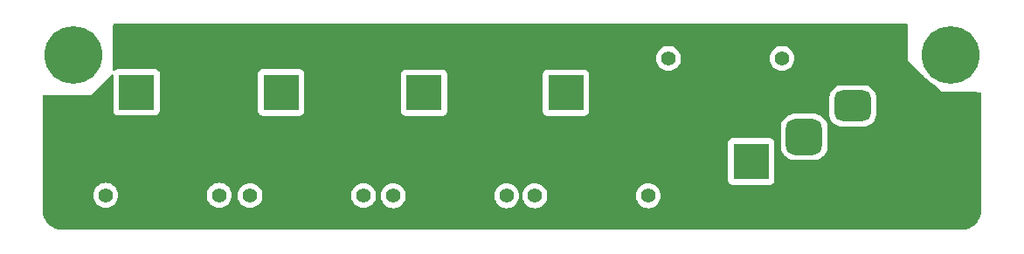
<source format=gtl>
%TF.GenerationSoftware,KiCad,Pcbnew,8.0.4-8.0.4-0~ubuntu22.04.1*%
%TF.CreationDate,2024-08-14T23:01:58+09:00*%
%TF.ProjectId,pdb,7064622e-6b69-4636-9164-5f7063625858,rev?*%
%TF.SameCoordinates,Original*%
%TF.FileFunction,Copper,L1,Top*%
%TF.FilePolarity,Positive*%
%FSLAX46Y46*%
G04 Gerber Fmt 4.6, Leading zero omitted, Abs format (unit mm)*
G04 Created by KiCad (PCBNEW 8.0.4-8.0.4-0~ubuntu22.04.1) date 2024-08-14 23:01:58*
%MOMM*%
%LPD*%
G01*
G04 APERTURE LIST*
G04 Aperture macros list*
%AMRoundRect*
0 Rectangle with rounded corners*
0 $1 Rounding radius*
0 $2 $3 $4 $5 $6 $7 $8 $9 X,Y pos of 4 corners*
0 Add a 4 corners polygon primitive as box body*
4,1,4,$2,$3,$4,$5,$6,$7,$8,$9,$2,$3,0*
0 Add four circle primitives for the rounded corners*
1,1,$1+$1,$2,$3*
1,1,$1+$1,$4,$5*
1,1,$1+$1,$6,$7*
1,1,$1+$1,$8,$9*
0 Add four rect primitives between the rounded corners*
20,1,$1+$1,$2,$3,$4,$5,0*
20,1,$1+$1,$4,$5,$6,$7,0*
20,1,$1+$1,$6,$7,$8,$9,0*
20,1,$1+$1,$8,$9,$2,$3,0*%
G04 Aperture macros list end*
%TA.AperFunction,ComponentPad*%
%ADD10C,1.400000*%
%TD*%
%TA.AperFunction,ComponentPad*%
%ADD11R,3.500000X3.500000*%
%TD*%
%TA.AperFunction,ComponentPad*%
%ADD12C,3.500000*%
%TD*%
%TA.AperFunction,ComponentPad*%
%ADD13C,3.600000*%
%TD*%
%TA.AperFunction,ConnectorPad*%
%ADD14C,5.600000*%
%TD*%
%TA.AperFunction,ComponentPad*%
%ADD15RoundRect,0.750000X-1.000000X0.750000X-1.000000X-0.750000X1.000000X-0.750000X1.000000X0.750000X0*%
%TD*%
%TA.AperFunction,ComponentPad*%
%ADD16RoundRect,0.875000X-0.875000X0.875000X-0.875000X-0.875000X0.875000X-0.875000X0.875000X0.875000X0*%
%TD*%
G04 APERTURE END LIST*
D10*
%TO.P,J3,*%
%TO.N,*%
X132060000Y-103000000D03*
X121060000Y-103000000D03*
D11*
%TO.P,J3,1,Pin_1*%
%TO.N,GND*%
X124060000Y-93000000D03*
D12*
%TO.P,J3,2,Pin_2*%
%TO.N,+BATT*%
X129060000Y-93000000D03*
%TD*%
D13*
%TO.P,H2,1*%
%TO.N,N/C*%
X175068400Y-89306400D03*
D14*
X175068400Y-89306400D03*
%TD*%
D13*
%TO.P,H1,1*%
%TO.N,N/C*%
X90068400Y-89306400D03*
D14*
X90068400Y-89306400D03*
%TD*%
D10*
%TO.P,J4,*%
%TO.N,*%
X118180000Y-102970000D03*
X107180000Y-102970000D03*
D11*
%TO.P,J4,1,Pin_1*%
%TO.N,GND*%
X110180000Y-92970000D03*
D12*
%TO.P,J4,2,Pin_2*%
%TO.N,+BATT*%
X115180000Y-92970000D03*
%TD*%
D11*
%TO.P,J6,1*%
%TO.N,+BATT*%
X165587500Y-100275000D03*
D15*
%TO.P,J6,2*%
%TO.N,GND*%
X165587500Y-94275000D03*
D16*
%TO.P,J6,3*%
%TO.N,N/C*%
X160887500Y-97275000D03*
%TD*%
D10*
%TO.P,J1,*%
%TO.N,*%
X147730000Y-89665000D03*
X158730000Y-89665000D03*
D11*
%TO.P,J1,1,Pin_1*%
%TO.N,GND*%
X155730000Y-99665000D03*
D12*
%TO.P,J1,2,Pin_2*%
%TO.N,+BATT*%
X150730000Y-99665000D03*
%TD*%
D10*
%TO.P,J2,*%
%TO.N,*%
X145780000Y-103000000D03*
X134780000Y-103000000D03*
D11*
%TO.P,J2,1,Pin_1*%
%TO.N,GND*%
X137780000Y-93000000D03*
D12*
%TO.P,J2,2,Pin_2*%
%TO.N,+BATT*%
X142780000Y-93000000D03*
%TD*%
D10*
%TO.P,J5,*%
%TO.N,*%
X104200000Y-102940000D03*
X93200000Y-102940000D03*
D11*
%TO.P,J5,1,Pin_1*%
%TO.N,GND*%
X96200000Y-92940000D03*
D12*
%TO.P,J5,2,Pin_2*%
%TO.N,+BATT*%
X101200000Y-92940000D03*
%TD*%
%TA.AperFunction,Conductor*%
%TO.N,+BATT*%
G36*
X170868150Y-86326402D02*
G01*
X170914643Y-86380058D01*
X170926023Y-86433660D01*
X170891200Y-89916001D01*
X172381443Y-91245756D01*
X172401842Y-91269060D01*
X172430653Y-91311553D01*
X172430655Y-91311555D01*
X172430658Y-91311559D01*
X172448834Y-91332957D01*
X172662916Y-91584995D01*
X172923362Y-91831704D01*
X172923377Y-91831717D01*
X173208986Y-92048831D01*
X173421330Y-92176594D01*
X173440254Y-92190540D01*
X174193200Y-92862400D01*
X177289886Y-92913165D01*
X177294094Y-92913304D01*
X177948694Y-92946034D01*
X178015729Y-92969413D01*
X178059484Y-93025323D01*
X178068400Y-93071877D01*
X178068400Y-104305274D01*
X178068380Y-104307522D01*
X178065992Y-104441376D01*
X178064730Y-104457060D01*
X178026471Y-104723159D01*
X178022649Y-104740725D01*
X177947232Y-104997571D01*
X177940950Y-105014415D01*
X177829743Y-105257924D01*
X177821127Y-105273703D01*
X177676398Y-105498905D01*
X177665625Y-105513296D01*
X177490321Y-105715608D01*
X177477608Y-105728321D01*
X177275296Y-105903625D01*
X177260905Y-105914398D01*
X177035703Y-106059127D01*
X177019924Y-106067743D01*
X176776415Y-106178950D01*
X176759571Y-106185232D01*
X176502725Y-106260649D01*
X176485159Y-106264471D01*
X176219060Y-106302730D01*
X176203376Y-106303992D01*
X176071900Y-106306337D01*
X176069520Y-106306380D01*
X176067274Y-106306400D01*
X89069526Y-106306400D01*
X89067279Y-106306380D01*
X89064831Y-106306336D01*
X88933423Y-106303992D01*
X88917739Y-106302730D01*
X88651640Y-106264471D01*
X88634074Y-106260649D01*
X88377228Y-106185232D01*
X88360384Y-106178950D01*
X88116875Y-106067743D01*
X88101096Y-106059127D01*
X87875894Y-105914398D01*
X87861503Y-105903625D01*
X87659191Y-105728321D01*
X87646478Y-105715608D01*
X87471174Y-105513296D01*
X87460401Y-105498905D01*
X87315672Y-105273703D01*
X87307056Y-105257924D01*
X87195849Y-105014415D01*
X87189567Y-104997571D01*
X87114150Y-104740725D01*
X87110328Y-104723159D01*
X87072069Y-104457060D01*
X87070807Y-104441375D01*
X87068420Y-104307521D01*
X87068400Y-104305274D01*
X87068400Y-102940000D01*
X91986884Y-102940000D01*
X92005314Y-103150655D01*
X92021391Y-103210655D01*
X92060043Y-103354908D01*
X92060045Y-103354912D01*
X92149412Y-103546561D01*
X92270692Y-103719767D01*
X92270696Y-103719772D01*
X92270699Y-103719776D01*
X92420224Y-103869301D01*
X92420228Y-103869304D01*
X92420232Y-103869307D01*
X92593438Y-103990587D01*
X92593441Y-103990588D01*
X92593442Y-103990589D01*
X92785090Y-104079956D01*
X92989345Y-104134686D01*
X93200000Y-104153116D01*
X93410655Y-104134686D01*
X93614910Y-104079956D01*
X93806558Y-103990589D01*
X93979776Y-103869301D01*
X94129301Y-103719776D01*
X94250589Y-103546558D01*
X94339956Y-103354910D01*
X94394686Y-103150655D01*
X94413116Y-102940000D01*
X102986884Y-102940000D01*
X103005314Y-103150655D01*
X103021391Y-103210655D01*
X103060043Y-103354908D01*
X103060045Y-103354912D01*
X103149412Y-103546561D01*
X103270692Y-103719767D01*
X103270696Y-103719772D01*
X103270699Y-103719776D01*
X103420224Y-103869301D01*
X103420228Y-103869304D01*
X103420232Y-103869307D01*
X103593438Y-103990587D01*
X103593441Y-103990588D01*
X103593442Y-103990589D01*
X103785090Y-104079956D01*
X103989345Y-104134686D01*
X104200000Y-104153116D01*
X104410655Y-104134686D01*
X104614910Y-104079956D01*
X104806558Y-103990589D01*
X104979776Y-103869301D01*
X105129301Y-103719776D01*
X105250589Y-103546558D01*
X105339956Y-103354910D01*
X105394686Y-103150655D01*
X105410491Y-102970000D01*
X105966884Y-102970000D01*
X105985314Y-103180655D01*
X106014643Y-103290113D01*
X106040043Y-103384908D01*
X106040045Y-103384912D01*
X106129412Y-103576561D01*
X106250692Y-103749767D01*
X106250696Y-103749772D01*
X106250699Y-103749776D01*
X106400224Y-103899301D01*
X106400228Y-103899304D01*
X106400232Y-103899307D01*
X106573438Y-104020587D01*
X106573441Y-104020588D01*
X106573442Y-104020589D01*
X106765090Y-104109956D01*
X106969345Y-104164686D01*
X107180000Y-104183116D01*
X107390655Y-104164686D01*
X107594910Y-104109956D01*
X107786558Y-104020589D01*
X107959776Y-103899301D01*
X108109301Y-103749776D01*
X108230589Y-103576558D01*
X108319956Y-103384910D01*
X108374686Y-103180655D01*
X108393116Y-102970000D01*
X116966884Y-102970000D01*
X116985314Y-103180655D01*
X117014643Y-103290113D01*
X117040043Y-103384908D01*
X117040045Y-103384912D01*
X117129412Y-103576561D01*
X117250692Y-103749767D01*
X117250696Y-103749772D01*
X117250699Y-103749776D01*
X117400224Y-103899301D01*
X117400228Y-103899304D01*
X117400232Y-103899307D01*
X117573438Y-104020587D01*
X117573441Y-104020588D01*
X117573442Y-104020589D01*
X117765090Y-104109956D01*
X117969345Y-104164686D01*
X118180000Y-104183116D01*
X118390655Y-104164686D01*
X118594910Y-104109956D01*
X118786558Y-104020589D01*
X118959776Y-103899301D01*
X119109301Y-103749776D01*
X119230589Y-103576558D01*
X119319956Y-103384910D01*
X119374686Y-103180655D01*
X119390491Y-103000000D01*
X119846884Y-103000000D01*
X119865314Y-103210655D01*
X119894643Y-103320113D01*
X119920043Y-103414908D01*
X119920045Y-103414912D01*
X120009412Y-103606561D01*
X120130692Y-103779767D01*
X120130696Y-103779772D01*
X120130699Y-103779776D01*
X120280224Y-103929301D01*
X120280228Y-103929304D01*
X120280232Y-103929307D01*
X120453438Y-104050587D01*
X120453441Y-104050588D01*
X120453442Y-104050589D01*
X120645090Y-104139956D01*
X120849345Y-104194686D01*
X121060000Y-104213116D01*
X121270655Y-104194686D01*
X121474910Y-104139956D01*
X121666558Y-104050589D01*
X121839776Y-103929301D01*
X121989301Y-103779776D01*
X122110589Y-103606558D01*
X122199956Y-103414910D01*
X122254686Y-103210655D01*
X122273116Y-103000000D01*
X130846884Y-103000000D01*
X130865314Y-103210655D01*
X130894643Y-103320113D01*
X130920043Y-103414908D01*
X130920045Y-103414912D01*
X131009412Y-103606561D01*
X131130692Y-103779767D01*
X131130696Y-103779772D01*
X131130699Y-103779776D01*
X131280224Y-103929301D01*
X131280228Y-103929304D01*
X131280232Y-103929307D01*
X131453438Y-104050587D01*
X131453441Y-104050588D01*
X131453442Y-104050589D01*
X131645090Y-104139956D01*
X131849345Y-104194686D01*
X132060000Y-104213116D01*
X132270655Y-104194686D01*
X132474910Y-104139956D01*
X132666558Y-104050589D01*
X132839776Y-103929301D01*
X132989301Y-103779776D01*
X133110589Y-103606558D01*
X133199956Y-103414910D01*
X133254686Y-103210655D01*
X133273116Y-103000000D01*
X133566884Y-103000000D01*
X133585314Y-103210655D01*
X133614643Y-103320113D01*
X133640043Y-103414908D01*
X133640045Y-103414912D01*
X133729412Y-103606561D01*
X133850692Y-103779767D01*
X133850696Y-103779772D01*
X133850699Y-103779776D01*
X134000224Y-103929301D01*
X134000228Y-103929304D01*
X134000232Y-103929307D01*
X134173438Y-104050587D01*
X134173441Y-104050588D01*
X134173442Y-104050589D01*
X134365090Y-104139956D01*
X134569345Y-104194686D01*
X134780000Y-104213116D01*
X134990655Y-104194686D01*
X135194910Y-104139956D01*
X135386558Y-104050589D01*
X135559776Y-103929301D01*
X135709301Y-103779776D01*
X135830589Y-103606558D01*
X135919956Y-103414910D01*
X135974686Y-103210655D01*
X135993116Y-103000000D01*
X144566884Y-103000000D01*
X144585314Y-103210655D01*
X144614643Y-103320113D01*
X144640043Y-103414908D01*
X144640045Y-103414912D01*
X144729412Y-103606561D01*
X144850692Y-103779767D01*
X144850696Y-103779772D01*
X144850699Y-103779776D01*
X145000224Y-103929301D01*
X145000228Y-103929304D01*
X145000232Y-103929307D01*
X145173438Y-104050587D01*
X145173441Y-104050588D01*
X145173442Y-104050589D01*
X145365090Y-104139956D01*
X145569345Y-104194686D01*
X145780000Y-104213116D01*
X145990655Y-104194686D01*
X146194910Y-104139956D01*
X146386558Y-104050589D01*
X146559776Y-103929301D01*
X146709301Y-103779776D01*
X146830589Y-103606558D01*
X146919956Y-103414910D01*
X146974686Y-103210655D01*
X146993116Y-103000000D01*
X146974686Y-102789345D01*
X146919956Y-102585090D01*
X146830589Y-102393442D01*
X146830588Y-102393441D01*
X146830587Y-102393438D01*
X146709307Y-102220232D01*
X146709304Y-102220228D01*
X146709301Y-102220224D01*
X146559776Y-102070699D01*
X146559772Y-102070696D01*
X146559767Y-102070692D01*
X146386561Y-101949412D01*
X146194912Y-101860045D01*
X146194908Y-101860043D01*
X146082952Y-101830045D01*
X145990655Y-101805314D01*
X145780000Y-101786884D01*
X145569345Y-101805314D01*
X145514616Y-101819978D01*
X145365091Y-101860043D01*
X145365087Y-101860045D01*
X145173438Y-101949412D01*
X145000232Y-102070692D01*
X145000221Y-102070701D01*
X144850701Y-102220221D01*
X144850692Y-102220232D01*
X144729412Y-102393438D01*
X144640045Y-102585087D01*
X144640043Y-102585091D01*
X144601391Y-102729345D01*
X144585314Y-102789345D01*
X144566884Y-103000000D01*
X135993116Y-103000000D01*
X135974686Y-102789345D01*
X135919956Y-102585090D01*
X135830589Y-102393442D01*
X135830588Y-102393441D01*
X135830587Y-102393438D01*
X135709307Y-102220232D01*
X135709304Y-102220228D01*
X135709301Y-102220224D01*
X135559776Y-102070699D01*
X135559772Y-102070696D01*
X135559767Y-102070692D01*
X135386561Y-101949412D01*
X135194912Y-101860045D01*
X135194908Y-101860043D01*
X135082952Y-101830045D01*
X134990655Y-101805314D01*
X134780000Y-101786884D01*
X134569345Y-101805314D01*
X134514616Y-101819978D01*
X134365091Y-101860043D01*
X134365087Y-101860045D01*
X134173438Y-101949412D01*
X134000232Y-102070692D01*
X134000221Y-102070701D01*
X133850701Y-102220221D01*
X133850692Y-102220232D01*
X133729412Y-102393438D01*
X133640045Y-102585087D01*
X133640043Y-102585091D01*
X133601391Y-102729345D01*
X133585314Y-102789345D01*
X133566884Y-103000000D01*
X133273116Y-103000000D01*
X133254686Y-102789345D01*
X133199956Y-102585090D01*
X133110589Y-102393442D01*
X133110588Y-102393441D01*
X133110587Y-102393438D01*
X132989307Y-102220232D01*
X132989304Y-102220228D01*
X132989301Y-102220224D01*
X132839776Y-102070699D01*
X132839772Y-102070696D01*
X132839767Y-102070692D01*
X132666561Y-101949412D01*
X132474912Y-101860045D01*
X132474908Y-101860043D01*
X132362952Y-101830045D01*
X132270655Y-101805314D01*
X132060000Y-101786884D01*
X131849345Y-101805314D01*
X131794616Y-101819978D01*
X131645091Y-101860043D01*
X131645087Y-101860045D01*
X131453438Y-101949412D01*
X131280232Y-102070692D01*
X131280221Y-102070701D01*
X131130701Y-102220221D01*
X131130692Y-102220232D01*
X131009412Y-102393438D01*
X130920045Y-102585087D01*
X130920043Y-102585091D01*
X130881391Y-102729345D01*
X130865314Y-102789345D01*
X130846884Y-103000000D01*
X122273116Y-103000000D01*
X122254686Y-102789345D01*
X122199956Y-102585090D01*
X122110589Y-102393442D01*
X122110588Y-102393441D01*
X122110587Y-102393438D01*
X121989307Y-102220232D01*
X121989304Y-102220228D01*
X121989301Y-102220224D01*
X121839776Y-102070699D01*
X121839772Y-102070696D01*
X121839767Y-102070692D01*
X121666561Y-101949412D01*
X121474912Y-101860045D01*
X121474908Y-101860043D01*
X121362952Y-101830045D01*
X121270655Y-101805314D01*
X121060000Y-101786884D01*
X120849345Y-101805314D01*
X120794616Y-101819978D01*
X120645091Y-101860043D01*
X120645087Y-101860045D01*
X120453438Y-101949412D01*
X120280232Y-102070692D01*
X120280221Y-102070701D01*
X120130701Y-102220221D01*
X120130692Y-102220232D01*
X120009412Y-102393438D01*
X119920045Y-102585087D01*
X119920043Y-102585091D01*
X119881391Y-102729345D01*
X119865314Y-102789345D01*
X119846884Y-103000000D01*
X119390491Y-103000000D01*
X119393116Y-102970000D01*
X119374686Y-102759345D01*
X119319956Y-102555090D01*
X119230589Y-102363442D01*
X119230588Y-102363441D01*
X119230587Y-102363438D01*
X119109307Y-102190232D01*
X119109304Y-102190228D01*
X119109301Y-102190224D01*
X118959776Y-102040699D01*
X118959772Y-102040696D01*
X118959767Y-102040692D01*
X118786561Y-101919412D01*
X118594912Y-101830045D01*
X118594908Y-101830043D01*
X118482952Y-101800045D01*
X118390655Y-101775314D01*
X118180000Y-101756884D01*
X117969345Y-101775314D01*
X117958347Y-101778261D01*
X117765091Y-101830043D01*
X117765087Y-101830045D01*
X117573438Y-101919412D01*
X117400232Y-102040692D01*
X117400221Y-102040701D01*
X117250701Y-102190221D01*
X117250692Y-102190232D01*
X117129412Y-102363438D01*
X117040045Y-102555087D01*
X117040043Y-102555091D01*
X117032005Y-102585091D01*
X116985314Y-102759345D01*
X116966884Y-102970000D01*
X108393116Y-102970000D01*
X108374686Y-102759345D01*
X108319956Y-102555090D01*
X108230589Y-102363442D01*
X108230588Y-102363441D01*
X108230587Y-102363438D01*
X108109307Y-102190232D01*
X108109304Y-102190228D01*
X108109301Y-102190224D01*
X107959776Y-102040699D01*
X107959772Y-102040696D01*
X107959767Y-102040692D01*
X107786561Y-101919412D01*
X107594912Y-101830045D01*
X107594908Y-101830043D01*
X107482952Y-101800045D01*
X107390655Y-101775314D01*
X107180000Y-101756884D01*
X106969345Y-101775314D01*
X106958347Y-101778261D01*
X106765091Y-101830043D01*
X106765087Y-101830045D01*
X106573438Y-101919412D01*
X106400232Y-102040692D01*
X106400221Y-102040701D01*
X106250701Y-102190221D01*
X106250692Y-102190232D01*
X106129412Y-102363438D01*
X106040045Y-102555087D01*
X106040043Y-102555091D01*
X106032005Y-102585091D01*
X105985314Y-102759345D01*
X105966884Y-102970000D01*
X105410491Y-102970000D01*
X105413116Y-102940000D01*
X105394686Y-102729345D01*
X105339956Y-102525090D01*
X105250589Y-102333442D01*
X105250588Y-102333441D01*
X105250587Y-102333438D01*
X105129307Y-102160232D01*
X105129304Y-102160228D01*
X105129301Y-102160224D01*
X104979776Y-102010699D01*
X104979772Y-102010696D01*
X104979767Y-102010692D01*
X104806561Y-101889412D01*
X104642606Y-101812959D01*
X104614910Y-101800044D01*
X104614908Y-101800043D01*
X104520113Y-101774643D01*
X104410655Y-101745314D01*
X104200000Y-101726884D01*
X103989345Y-101745314D01*
X103946165Y-101756884D01*
X103785091Y-101800043D01*
X103785087Y-101800045D01*
X103593438Y-101889412D01*
X103420232Y-102010692D01*
X103420221Y-102010701D01*
X103270701Y-102160221D01*
X103270692Y-102160232D01*
X103149412Y-102333438D01*
X103060045Y-102525087D01*
X103060043Y-102525091D01*
X103019978Y-102674616D01*
X103005314Y-102729345D01*
X102986884Y-102940000D01*
X94413116Y-102940000D01*
X94394686Y-102729345D01*
X94339956Y-102525090D01*
X94250589Y-102333442D01*
X94250588Y-102333441D01*
X94250587Y-102333438D01*
X94129307Y-102160232D01*
X94129304Y-102160228D01*
X94129301Y-102160224D01*
X93979776Y-102010699D01*
X93979772Y-102010696D01*
X93979767Y-102010692D01*
X93806561Y-101889412D01*
X93642606Y-101812959D01*
X93614910Y-101800044D01*
X93614908Y-101800043D01*
X93520113Y-101774643D01*
X93410655Y-101745314D01*
X93200000Y-101726884D01*
X92989345Y-101745314D01*
X92946165Y-101756884D01*
X92785091Y-101800043D01*
X92785087Y-101800045D01*
X92593438Y-101889412D01*
X92420232Y-102010692D01*
X92420221Y-102010701D01*
X92270701Y-102160221D01*
X92270692Y-102160232D01*
X92149412Y-102333438D01*
X92060045Y-102525087D01*
X92060043Y-102525091D01*
X92019978Y-102674616D01*
X92005314Y-102729345D01*
X91986884Y-102940000D01*
X87068400Y-102940000D01*
X87068400Y-97866350D01*
X153471500Y-97866350D01*
X153471500Y-101463649D01*
X153478009Y-101524196D01*
X153478011Y-101524204D01*
X153529110Y-101661202D01*
X153529112Y-101661207D01*
X153616738Y-101778261D01*
X153733792Y-101865887D01*
X153733794Y-101865888D01*
X153733796Y-101865889D01*
X153792875Y-101887924D01*
X153870795Y-101916988D01*
X153870803Y-101916990D01*
X153931350Y-101923499D01*
X153931355Y-101923499D01*
X153931362Y-101923500D01*
X153931368Y-101923500D01*
X157528632Y-101923500D01*
X157528638Y-101923500D01*
X157528645Y-101923499D01*
X157528649Y-101923499D01*
X157589196Y-101916990D01*
X157589199Y-101916989D01*
X157589201Y-101916989D01*
X157726204Y-101865889D01*
X157734014Y-101860043D01*
X157843261Y-101778261D01*
X157930887Y-101661207D01*
X157930887Y-101661206D01*
X157930889Y-101661204D01*
X157981989Y-101524201D01*
X157988500Y-101463638D01*
X157988500Y-97866362D01*
X157988499Y-97866350D01*
X157981990Y-97805803D01*
X157981988Y-97805795D01*
X157930889Y-97668797D01*
X157930887Y-97668792D01*
X157843261Y-97551738D01*
X157726207Y-97464112D01*
X157726202Y-97464110D01*
X157589204Y-97413011D01*
X157589196Y-97413009D01*
X157528649Y-97406500D01*
X157528638Y-97406500D01*
X153931362Y-97406500D01*
X153931350Y-97406500D01*
X153870803Y-97413009D01*
X153870795Y-97413011D01*
X153733797Y-97464110D01*
X153733792Y-97464112D01*
X153616738Y-97551738D01*
X153529112Y-97668792D01*
X153529110Y-97668797D01*
X153478011Y-97805795D01*
X153478009Y-97805803D01*
X153471500Y-97866350D01*
X87068400Y-97866350D01*
X87068400Y-96305829D01*
X158629000Y-96305829D01*
X158629000Y-96305840D01*
X158629000Y-96305841D01*
X158629000Y-98244159D01*
X158631811Y-98297088D01*
X158631811Y-98297092D01*
X158676531Y-98528317D01*
X158759682Y-98748652D01*
X158759684Y-98748657D01*
X158878873Y-98951766D01*
X159030680Y-99131819D01*
X159210733Y-99283626D01*
X159413842Y-99402815D01*
X159413844Y-99402816D01*
X159413848Y-99402818D01*
X159634186Y-99485970D01*
X159865408Y-99530689D01*
X159918329Y-99533500D01*
X161856670Y-99533499D01*
X161909592Y-99530689D01*
X162140814Y-99485970D01*
X162361152Y-99402818D01*
X162564268Y-99283625D01*
X162744319Y-99131819D01*
X162896125Y-98951768D01*
X163015318Y-98748652D01*
X163098470Y-98528314D01*
X163143189Y-98297092D01*
X163146000Y-98244171D01*
X163145999Y-96305830D01*
X163143189Y-96252908D01*
X163098470Y-96021686D01*
X163015318Y-95801348D01*
X163015316Y-95801344D01*
X163015315Y-95801342D01*
X162896126Y-95598233D01*
X162744319Y-95418180D01*
X162564266Y-95266373D01*
X162361157Y-95147184D01*
X162361152Y-95147182D01*
X162140818Y-95064031D01*
X162140815Y-95064030D01*
X162140814Y-95064030D01*
X161909592Y-95019311D01*
X161856671Y-95016500D01*
X161856658Y-95016500D01*
X159918340Y-95016500D01*
X159878829Y-95018598D01*
X159865408Y-95019311D01*
X159865407Y-95019311D01*
X159758878Y-95039914D01*
X159634186Y-95064030D01*
X159634184Y-95064030D01*
X159634182Y-95064031D01*
X159413847Y-95147182D01*
X159413842Y-95147184D01*
X159210733Y-95266373D01*
X159030680Y-95418180D01*
X158878873Y-95598233D01*
X158759684Y-95801342D01*
X158759682Y-95801347D01*
X158676531Y-96021681D01*
X158676530Y-96021685D01*
X158676530Y-96021686D01*
X158631811Y-96252908D01*
X158629000Y-96305829D01*
X87068400Y-96305829D01*
X87068400Y-93351802D01*
X87088402Y-93283681D01*
X87142058Y-93237188D01*
X87195575Y-93225808D01*
X91655382Y-93267489D01*
X91795598Y-93268800D01*
X91795598Y-93268799D01*
X91795600Y-93268800D01*
X93724310Y-91246006D01*
X93785794Y-91210509D01*
X93856710Y-91213887D01*
X93914542Y-91255068D01*
X93940929Y-91320979D01*
X93941500Y-91332957D01*
X93941500Y-94738649D01*
X93948009Y-94799196D01*
X93948011Y-94799204D01*
X93999110Y-94936202D01*
X93999112Y-94936207D01*
X94086738Y-95053261D01*
X94203792Y-95140887D01*
X94203794Y-95140888D01*
X94203796Y-95140889D01*
X94262875Y-95162924D01*
X94340795Y-95191988D01*
X94340803Y-95191990D01*
X94401350Y-95198499D01*
X94401355Y-95198499D01*
X94401362Y-95198500D01*
X94401368Y-95198500D01*
X97998632Y-95198500D01*
X97998638Y-95198500D01*
X97998645Y-95198499D01*
X97998649Y-95198499D01*
X98059196Y-95191990D01*
X98059199Y-95191989D01*
X98059201Y-95191989D01*
X98196204Y-95140889D01*
X98313261Y-95053261D01*
X98355971Y-94996207D01*
X98400887Y-94936207D01*
X98400887Y-94936206D01*
X98400889Y-94936204D01*
X98451989Y-94799201D01*
X98452049Y-94798649D01*
X98458499Y-94738649D01*
X98458500Y-94738632D01*
X98458500Y-91171350D01*
X107921500Y-91171350D01*
X107921500Y-94768649D01*
X107928009Y-94829196D01*
X107928011Y-94829204D01*
X107979110Y-94966202D01*
X107979112Y-94966207D01*
X108066738Y-95083261D01*
X108183792Y-95170887D01*
X108183794Y-95170888D01*
X108183796Y-95170889D01*
X108240364Y-95191988D01*
X108320795Y-95221988D01*
X108320803Y-95221990D01*
X108381350Y-95228499D01*
X108381355Y-95228499D01*
X108381362Y-95228500D01*
X108381368Y-95228500D01*
X111978632Y-95228500D01*
X111978638Y-95228500D01*
X111978645Y-95228499D01*
X111978649Y-95228499D01*
X112039196Y-95221990D01*
X112039199Y-95221989D01*
X112039201Y-95221989D01*
X112176204Y-95170889D01*
X112293261Y-95083261D01*
X112315719Y-95053261D01*
X112380887Y-94966207D01*
X112380887Y-94966206D01*
X112380889Y-94966204D01*
X112431989Y-94829201D01*
X112435215Y-94799201D01*
X112438499Y-94768649D01*
X112438500Y-94768632D01*
X112438500Y-91201350D01*
X121801500Y-91201350D01*
X121801500Y-94798649D01*
X121808009Y-94859196D01*
X121808011Y-94859204D01*
X121859110Y-94996202D01*
X121859112Y-94996207D01*
X121946738Y-95113261D01*
X122063792Y-95200887D01*
X122063794Y-95200888D01*
X122063796Y-95200889D01*
X122120364Y-95221988D01*
X122200795Y-95251988D01*
X122200803Y-95251990D01*
X122261350Y-95258499D01*
X122261355Y-95258499D01*
X122261362Y-95258500D01*
X122261368Y-95258500D01*
X125858632Y-95258500D01*
X125858638Y-95258500D01*
X125858645Y-95258499D01*
X125858649Y-95258499D01*
X125919196Y-95251990D01*
X125919199Y-95251989D01*
X125919201Y-95251989D01*
X126056204Y-95200889D01*
X126059396Y-95198500D01*
X126173261Y-95113261D01*
X126260887Y-94996207D01*
X126260887Y-94996206D01*
X126260889Y-94996204D01*
X126311989Y-94859201D01*
X126315215Y-94829201D01*
X126318499Y-94798649D01*
X126318500Y-94798632D01*
X126318500Y-91201367D01*
X126318499Y-91201350D01*
X135521500Y-91201350D01*
X135521500Y-94798649D01*
X135528009Y-94859196D01*
X135528011Y-94859204D01*
X135579110Y-94996202D01*
X135579112Y-94996207D01*
X135666738Y-95113261D01*
X135783792Y-95200887D01*
X135783794Y-95200888D01*
X135783796Y-95200889D01*
X135840364Y-95221988D01*
X135920795Y-95251988D01*
X135920803Y-95251990D01*
X135981350Y-95258499D01*
X135981355Y-95258499D01*
X135981362Y-95258500D01*
X135981368Y-95258500D01*
X139578632Y-95258500D01*
X139578638Y-95258500D01*
X139578645Y-95258499D01*
X139578649Y-95258499D01*
X139639196Y-95251990D01*
X139639199Y-95251989D01*
X139639201Y-95251989D01*
X139776204Y-95200889D01*
X139779396Y-95198500D01*
X139893261Y-95113261D01*
X139980887Y-94996207D01*
X139980887Y-94996206D01*
X139980889Y-94996204D01*
X140031989Y-94859201D01*
X140035215Y-94829201D01*
X140038499Y-94798649D01*
X140038500Y-94798632D01*
X140038500Y-93460364D01*
X163329000Y-93460364D01*
X163329000Y-95089636D01*
X163339470Y-95222669D01*
X163388734Y-95418181D01*
X163394820Y-95442332D01*
X163394823Y-95442341D01*
X163488504Y-95648588D01*
X163488509Y-95648597D01*
X163617511Y-95834799D01*
X163617515Y-95834804D01*
X163777695Y-95994984D01*
X163777700Y-95994988D01*
X163963902Y-96123990D01*
X163963908Y-96123993D01*
X163963909Y-96123994D01*
X164170164Y-96217679D01*
X164389831Y-96273030D01*
X164522864Y-96283500D01*
X164522867Y-96283500D01*
X166652133Y-96283500D01*
X166652136Y-96283500D01*
X166785169Y-96273030D01*
X167004836Y-96217679D01*
X167211091Y-96123994D01*
X167397302Y-95994986D01*
X167557486Y-95834802D01*
X167686494Y-95648591D01*
X167780179Y-95442336D01*
X167835530Y-95222669D01*
X167846000Y-95089636D01*
X167846000Y-93460364D01*
X167835530Y-93327331D01*
X167780179Y-93107664D01*
X167686494Y-92901409D01*
X167686493Y-92901408D01*
X167686490Y-92901402D01*
X167557488Y-92715200D01*
X167557484Y-92715195D01*
X167397304Y-92555015D01*
X167397299Y-92555011D01*
X167211097Y-92426009D01*
X167211088Y-92426004D01*
X167004841Y-92332323D01*
X167004838Y-92332322D01*
X167004836Y-92332321D01*
X166785169Y-92276970D01*
X166652136Y-92266500D01*
X164522864Y-92266500D01*
X164389831Y-92276970D01*
X164389827Y-92276970D01*
X164389826Y-92276971D01*
X164170167Y-92332320D01*
X164170158Y-92332323D01*
X163963911Y-92426004D01*
X163963902Y-92426009D01*
X163777700Y-92555011D01*
X163777695Y-92555015D01*
X163617515Y-92715195D01*
X163617511Y-92715200D01*
X163488509Y-92901402D01*
X163488504Y-92901411D01*
X163394823Y-93107658D01*
X163394820Y-93107667D01*
X163354219Y-93268799D01*
X163339470Y-93327331D01*
X163329000Y-93460364D01*
X140038500Y-93460364D01*
X140038500Y-91201367D01*
X140038499Y-91201350D01*
X140031990Y-91140803D01*
X140031988Y-91140795D01*
X139980889Y-91003797D01*
X139980887Y-91003792D01*
X139893261Y-90886738D01*
X139776207Y-90799112D01*
X139776202Y-90799110D01*
X139639204Y-90748011D01*
X139639196Y-90748009D01*
X139578649Y-90741500D01*
X139578638Y-90741500D01*
X135981362Y-90741500D01*
X135981350Y-90741500D01*
X135920803Y-90748009D01*
X135920795Y-90748011D01*
X135783797Y-90799110D01*
X135783792Y-90799112D01*
X135666738Y-90886738D01*
X135579112Y-91003792D01*
X135579110Y-91003797D01*
X135528011Y-91140795D01*
X135528009Y-91140803D01*
X135521500Y-91201350D01*
X126318499Y-91201350D01*
X126311990Y-91140803D01*
X126311988Y-91140795D01*
X126260889Y-91003797D01*
X126260887Y-91003792D01*
X126173261Y-90886738D01*
X126056207Y-90799112D01*
X126056202Y-90799110D01*
X125919204Y-90748011D01*
X125919196Y-90748009D01*
X125858649Y-90741500D01*
X125858638Y-90741500D01*
X122261362Y-90741500D01*
X122261350Y-90741500D01*
X122200803Y-90748009D01*
X122200795Y-90748011D01*
X122063797Y-90799110D01*
X122063792Y-90799112D01*
X121946738Y-90886738D01*
X121859112Y-91003792D01*
X121859110Y-91003797D01*
X121808011Y-91140795D01*
X121808009Y-91140803D01*
X121801500Y-91201350D01*
X112438500Y-91201350D01*
X112438500Y-91171367D01*
X112438499Y-91171350D01*
X112431990Y-91110803D01*
X112431988Y-91110795D01*
X112392079Y-91003797D01*
X112380889Y-90973796D01*
X112380888Y-90973794D01*
X112380887Y-90973792D01*
X112293261Y-90856738D01*
X112176207Y-90769112D01*
X112176202Y-90769110D01*
X112039204Y-90718011D01*
X112039196Y-90718009D01*
X111978649Y-90711500D01*
X111978638Y-90711500D01*
X108381362Y-90711500D01*
X108381350Y-90711500D01*
X108320803Y-90718009D01*
X108320795Y-90718011D01*
X108183797Y-90769110D01*
X108183792Y-90769112D01*
X108066738Y-90856738D01*
X107979112Y-90973792D01*
X107979110Y-90973797D01*
X107928011Y-91110795D01*
X107928009Y-91110803D01*
X107921500Y-91171350D01*
X98458500Y-91171350D01*
X98458500Y-91141367D01*
X98458499Y-91141350D01*
X98451990Y-91080803D01*
X98451988Y-91080795D01*
X98412079Y-90973797D01*
X98400889Y-90943796D01*
X98400888Y-90943794D01*
X98400887Y-90943792D01*
X98313261Y-90826738D01*
X98196207Y-90739112D01*
X98196202Y-90739110D01*
X98059204Y-90688011D01*
X98059196Y-90688009D01*
X97998649Y-90681500D01*
X97998638Y-90681500D01*
X94401362Y-90681500D01*
X94401350Y-90681500D01*
X94340803Y-90688009D01*
X94340795Y-90688011D01*
X94203797Y-90739110D01*
X94203792Y-90739112D01*
X94082780Y-90829702D01*
X94016260Y-90854513D01*
X93946886Y-90839422D01*
X93896684Y-90789219D01*
X93881275Y-90727820D01*
X93889846Y-89665000D01*
X146516884Y-89665000D01*
X146535314Y-89875655D01*
X146546125Y-89916001D01*
X146590043Y-90079908D01*
X146590045Y-90079912D01*
X146679412Y-90271561D01*
X146800692Y-90444767D01*
X146800696Y-90444772D01*
X146800699Y-90444776D01*
X146950224Y-90594301D01*
X146950228Y-90594304D01*
X146950232Y-90594307D01*
X147123438Y-90715587D01*
X147123441Y-90715588D01*
X147123442Y-90715589D01*
X147315090Y-90804956D01*
X147519345Y-90859686D01*
X147730000Y-90878116D01*
X147940655Y-90859686D01*
X148144910Y-90804956D01*
X148336558Y-90715589D01*
X148509776Y-90594301D01*
X148659301Y-90444776D01*
X148780589Y-90271558D01*
X148869956Y-90079910D01*
X148924686Y-89875655D01*
X148943116Y-89665000D01*
X157516884Y-89665000D01*
X157535314Y-89875655D01*
X157546125Y-89916001D01*
X157590043Y-90079908D01*
X157590045Y-90079912D01*
X157679412Y-90271561D01*
X157800692Y-90444767D01*
X157800696Y-90444772D01*
X157800699Y-90444776D01*
X157950224Y-90594301D01*
X157950228Y-90594304D01*
X157950232Y-90594307D01*
X158123438Y-90715587D01*
X158123441Y-90715588D01*
X158123442Y-90715589D01*
X158315090Y-90804956D01*
X158519345Y-90859686D01*
X158730000Y-90878116D01*
X158940655Y-90859686D01*
X159144910Y-90804956D01*
X159336558Y-90715589D01*
X159509776Y-90594301D01*
X159659301Y-90444776D01*
X159780589Y-90271558D01*
X159869956Y-90079910D01*
X159924686Y-89875655D01*
X159943116Y-89665000D01*
X159924686Y-89454345D01*
X159869956Y-89250090D01*
X159780589Y-89058442D01*
X159780588Y-89058441D01*
X159780587Y-89058438D01*
X159659307Y-88885232D01*
X159659304Y-88885228D01*
X159659301Y-88885224D01*
X159509776Y-88735699D01*
X159509772Y-88735696D01*
X159509767Y-88735692D01*
X159336561Y-88614412D01*
X159144912Y-88525045D01*
X159144908Y-88525043D01*
X159050113Y-88499643D01*
X158940655Y-88470314D01*
X158730000Y-88451884D01*
X158519345Y-88470314D01*
X158464616Y-88484978D01*
X158315091Y-88525043D01*
X158315087Y-88525045D01*
X158123438Y-88614412D01*
X157950232Y-88735692D01*
X157950221Y-88735701D01*
X157800701Y-88885221D01*
X157800692Y-88885232D01*
X157679412Y-89058438D01*
X157590045Y-89250087D01*
X157590043Y-89250091D01*
X157549978Y-89399616D01*
X157535314Y-89454345D01*
X157516884Y-89665000D01*
X148943116Y-89665000D01*
X148924686Y-89454345D01*
X148869956Y-89250090D01*
X148780589Y-89058442D01*
X148780588Y-89058441D01*
X148780587Y-89058438D01*
X148659307Y-88885232D01*
X148659304Y-88885228D01*
X148659301Y-88885224D01*
X148509776Y-88735699D01*
X148509772Y-88735696D01*
X148509767Y-88735692D01*
X148336561Y-88614412D01*
X148144912Y-88525045D01*
X148144908Y-88525043D01*
X148050113Y-88499643D01*
X147940655Y-88470314D01*
X147730000Y-88451884D01*
X147519345Y-88470314D01*
X147464616Y-88484978D01*
X147315091Y-88525043D01*
X147315087Y-88525045D01*
X147123438Y-88614412D01*
X146950232Y-88735692D01*
X146950221Y-88735701D01*
X146800701Y-88885221D01*
X146800692Y-88885232D01*
X146679412Y-89058438D01*
X146590045Y-89250087D01*
X146590043Y-89250091D01*
X146549978Y-89399616D01*
X146535314Y-89454345D01*
X146516884Y-89665000D01*
X93889846Y-89665000D01*
X93915924Y-86431383D01*
X93936475Y-86363427D01*
X93990504Y-86317368D01*
X94041920Y-86306400D01*
X170800029Y-86306400D01*
X170868150Y-86326402D01*
G37*
%TD.AperFunction*%
%TD*%
M02*

</source>
